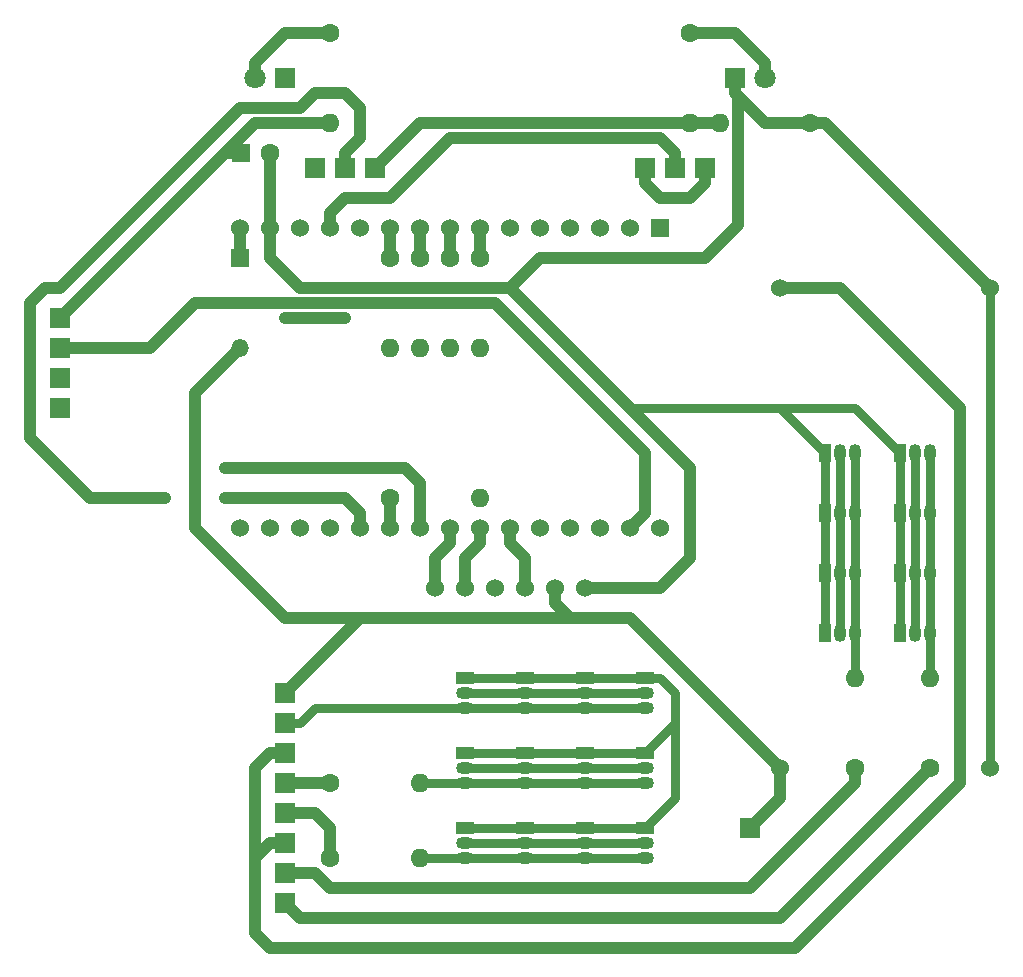
<source format=gbr>
%TF.GenerationSoftware,KiCad,Pcbnew,7.0.10*%
%TF.CreationDate,2024-02-07T12:20:56-05:00*%
%TF.ProjectId,board_up,626f6172-645f-4757-902e-6b696361645f,rev?*%
%TF.SameCoordinates,Original*%
%TF.FileFunction,Copper,L1,Top*%
%TF.FilePolarity,Positive*%
%FSLAX46Y46*%
G04 Gerber Fmt 4.6, Leading zero omitted, Abs format (unit mm)*
G04 Created by KiCad (PCBNEW 7.0.10) date 2024-02-07 12:20:56*
%MOMM*%
%LPD*%
G01*
G04 APERTURE LIST*
%TA.AperFunction,ComponentPad*%
%ADD10R,1.500000X1.050000*%
%TD*%
%TA.AperFunction,ComponentPad*%
%ADD11O,1.500000X1.050000*%
%TD*%
%TA.AperFunction,ComponentPad*%
%ADD12C,1.600000*%
%TD*%
%TA.AperFunction,ComponentPad*%
%ADD13O,1.600000X1.600000*%
%TD*%
%TA.AperFunction,ComponentPad*%
%ADD14R,1.700000X1.700000*%
%TD*%
%TA.AperFunction,ComponentPad*%
%ADD15R,1.050000X1.500000*%
%TD*%
%TA.AperFunction,ComponentPad*%
%ADD16O,1.050000X1.500000*%
%TD*%
%TA.AperFunction,ComponentPad*%
%ADD17R,1.530000X1.530000*%
%TD*%
%TA.AperFunction,ComponentPad*%
%ADD18C,1.530000*%
%TD*%
%TA.AperFunction,ComponentPad*%
%ADD19R,1.800000X1.800000*%
%TD*%
%TA.AperFunction,ComponentPad*%
%ADD20C,1.800000*%
%TD*%
%TA.AperFunction,ComponentPad*%
%ADD21R,1.600000X1.600000*%
%TD*%
%TA.AperFunction,ComponentPad*%
%ADD22R,1.500000X1.500000*%
%TD*%
%TA.AperFunction,ComponentPad*%
%ADD23O,1.500000X1.500000*%
%TD*%
%TA.AperFunction,ComponentPad*%
%ADD24C,1.524000*%
%TD*%
%TA.AperFunction,ViaPad*%
%ADD25C,0.800000*%
%TD*%
%TA.AperFunction,Conductor*%
%ADD26C,1.000000*%
%TD*%
%TA.AperFunction,Conductor*%
%ADD27C,0.800000*%
%TD*%
G04 APERTURE END LIST*
D10*
%TO.P,Q402,1,E*%
%TO.N,GND*%
X55880000Y-74930000D03*
D11*
%TO.P,Q402,2,B*%
%TO.N,Net-(Q401-B)*%
X55880000Y-76200000D03*
%TO.P,Q402,3,C*%
%TO.N,/relay2/OUT*%
X55880000Y-77470000D03*
%TD*%
D12*
%TO.P,R102,1*%
%TO.N,Net-(D101-A)*%
X64770000Y-7620000D03*
D13*
%TO.P,R102,2*%
%TO.N,Battery_In*%
X64770000Y-15240000D03*
%TD*%
D14*
%TO.P,J120,1,Pin_1*%
%TO.N,Net-(J120-Pin_1)*%
X30480000Y-81280000D03*
%TD*%
D15*
%TO.P,Q502,1,E*%
%TO.N,GND*%
X76200000Y-48260000D03*
D16*
%TO.P,Q502,2,B*%
%TO.N,Net-(Q501-B)*%
X77470000Y-48260000D03*
%TO.P,Q502,3,C*%
%TO.N,/relay3/OUT*%
X78740000Y-48260000D03*
%TD*%
D12*
%TO.P,R107,1*%
%TO.N,Net-(J120-Pin_1)*%
X85090000Y-69850000D03*
D13*
%TO.P,R107,2*%
%TO.N,/relay4/OUT*%
X85090000Y-62230000D03*
%TD*%
D14*
%TO.P,J111,1,Pin_1*%
%TO.N,CAPACITIVE_PIN1*%
X63500000Y-19050000D03*
%TD*%
D15*
%TO.P,Q501,1,E*%
%TO.N,GND*%
X76200000Y-43180000D03*
D16*
%TO.P,Q501,2,B*%
%TO.N,Net-(Q501-B)*%
X77470000Y-43180000D03*
%TO.P,Q501,3,C*%
%TO.N,/relay3/OUT*%
X78740000Y-43180000D03*
%TD*%
D14*
%TO.P,J117,1,Pin_1*%
%TO.N,Net-(J117-Pin_1)*%
X30480000Y-73660000D03*
%TD*%
D12*
%TO.P,R501,1*%
%TO.N,LED_PWM_PIN3*%
X44450000Y-26670000D03*
D13*
%TO.P,R501,2*%
%TO.N,Net-(Q501-B)*%
X44450000Y-34290000D03*
%TD*%
D14*
%TO.P,J102,1,Pin_1*%
%TO.N,Battery_In*%
X38100000Y-19050000D03*
%TD*%
D15*
%TO.P,Q602,1,E*%
%TO.N,GND*%
X82550000Y-48260000D03*
D16*
%TO.P,Q602,2,B*%
%TO.N,Net-(Q601-B)*%
X83820000Y-48260000D03*
%TO.P,Q602,3,C*%
%TO.N,/relay4/OUT*%
X85090000Y-48260000D03*
%TD*%
D14*
%TO.P,J103,1,Pin_1*%
%TO.N,5V*%
X69850000Y-74930000D03*
%TD*%
%TO.P,J105,1,Pin_1*%
%TO.N,Battery_In*%
X33020000Y-19050000D03*
%TD*%
%TO.P,J114,1,Pin_1*%
%TO.N,/relay/OUT*%
X30480000Y-66040000D03*
%TD*%
D15*
%TO.P,Q603,1,E*%
%TO.N,GND*%
X82550000Y-53340000D03*
D16*
%TO.P,Q603,2,B*%
%TO.N,Net-(Q601-B)*%
X83820000Y-53340000D03*
%TO.P,Q603,3,C*%
%TO.N,/relay4/OUT*%
X85090000Y-53340000D03*
%TD*%
D10*
%TO.P,Q303,1,E*%
%TO.N,GND*%
X50800000Y-62230000D03*
D11*
%TO.P,Q303,2,B*%
%TO.N,Net-(Q301-B)*%
X50800000Y-63500000D03*
%TO.P,Q303,3,C*%
%TO.N,/relay/OUT*%
X50800000Y-64770000D03*
%TD*%
D12*
%TO.P,R601,1*%
%TO.N,LED_PWM_PIN4*%
X46990000Y-26670000D03*
D13*
%TO.P,R601,2*%
%TO.N,Net-(Q601-B)*%
X46990000Y-34290000D03*
%TD*%
D14*
%TO.P,J110,1,Pin_1*%
%TO.N,Net-(J110-Pin_1)*%
X11430000Y-39370000D03*
%TD*%
D10*
%TO.P,Q302,1,E*%
%TO.N,GND*%
X55880000Y-62230000D03*
D11*
%TO.P,Q302,2,B*%
%TO.N,Net-(Q301-B)*%
X55880000Y-63500000D03*
%TO.P,Q302,3,C*%
%TO.N,/relay/OUT*%
X55880000Y-64770000D03*
%TD*%
D10*
%TO.P,Q203,1,E*%
%TO.N,GND*%
X50800000Y-68580000D03*
D11*
%TO.P,Q203,2,B*%
%TO.N,Net-(Q201-B)*%
X50800000Y-69850000D03*
%TO.P,Q203,3,C*%
%TO.N,/relay1/OUT*%
X50800000Y-71120000D03*
%TD*%
D12*
%TO.P,R105,1*%
%TO.N,Net-(J117-Pin_1)*%
X34290000Y-77470000D03*
D13*
%TO.P,R105,2*%
%TO.N,/relay2/OUT*%
X41910000Y-77470000D03*
%TD*%
D10*
%TO.P,Q202,1,E*%
%TO.N,GND*%
X55880000Y-68580000D03*
D11*
%TO.P,Q202,2,B*%
%TO.N,Net-(Q201-B)*%
X55880000Y-69850000D03*
%TO.P,Q202,3,C*%
%TO.N,/relay1/OUT*%
X55880000Y-71120000D03*
%TD*%
D14*
%TO.P,J118,1,Pin_1*%
%TO.N,3.3V*%
X30480000Y-76200000D03*
%TD*%
%TO.P,J115,1,Pin_1*%
%TO.N,3.3V*%
X30480000Y-68580000D03*
%TD*%
%TO.P,J112,1,Pin_1*%
%TO.N,CAPACITIVE_PIN2*%
X35560000Y-19050000D03*
%TD*%
D15*
%TO.P,Q601,1,E*%
%TO.N,GND*%
X82550000Y-43180000D03*
D16*
%TO.P,Q601,2,B*%
%TO.N,Net-(Q601-B)*%
X83820000Y-43180000D03*
%TO.P,Q601,3,C*%
%TO.N,/relay4/OUT*%
X85090000Y-43180000D03*
%TD*%
D12*
%TO.P,R101,1*%
%TO.N,GND*%
X74930000Y-15240000D03*
D13*
%TO.P,R101,2*%
%TO.N,Battery_In*%
X67310000Y-15240000D03*
%TD*%
D15*
%TO.P,Q504,1,E*%
%TO.N,GND*%
X76200000Y-58420000D03*
D16*
%TO.P,Q504,2,B*%
%TO.N,Net-(Q501-B)*%
X77470000Y-58420000D03*
%TO.P,Q504,3,C*%
%TO.N,/relay3/OUT*%
X78740000Y-58420000D03*
%TD*%
D12*
%TO.P,R106,1*%
%TO.N,Net-(J119-Pin_1)*%
X78740000Y-69850000D03*
D13*
%TO.P,R106,2*%
%TO.N,/relay3/OUT*%
X78740000Y-62230000D03*
%TD*%
D14*
%TO.P,J108,1,Pin_1*%
%TO.N,Net-(J108-Pin_1)*%
X11430000Y-36830000D03*
%TD*%
%TO.P,J106,1,Pin_1*%
%TO.N,3.3V*%
X11430000Y-31750000D03*
%TD*%
%TO.P,J104,1,Pin_1*%
%TO.N,Net-(J101-Pin_1)*%
X66040000Y-19050000D03*
%TD*%
%TO.P,J101,1,Pin_1*%
%TO.N,Net-(J101-Pin_1)*%
X60960000Y-19050000D03*
%TD*%
D17*
%TO.P,U103,1,EN*%
%TO.N,unconnected-(U103-EN-Pad1)*%
X62230000Y-24130000D03*
D18*
%TO.P,U103,2,VP*%
%TO.N,unconnected-(U103-VP-Pad2)*%
X59690000Y-24130000D03*
%TO.P,U103,3,VN*%
%TO.N,unconnected-(U103-VN-Pad3)*%
X57150000Y-24130000D03*
%TO.P,U103,4,D34*%
%TO.N,unconnected-(U103-D34-Pad4)*%
X54610000Y-24130000D03*
%TO.P,U103,5,D35*%
%TO.N,unconnected-(U103-D35-Pad5)*%
X52070000Y-24130000D03*
%TO.P,U103,6,D32*%
%TO.N,unconnected-(U103-D32-Pad6)*%
X49530000Y-24130000D03*
%TO.P,U103,7,D33*%
%TO.N,LED_PWM_PIN4*%
X46990000Y-24130000D03*
%TO.P,U103,8,D25*%
%TO.N,LED_PWM_PIN3*%
X44450000Y-24130000D03*
%TO.P,U103,9,D26*%
%TO.N,LED_PWM_PIN2*%
X41910000Y-24130000D03*
%TO.P,U103,10,D27*%
%TO.N,LED_PWM_PIN1*%
X39370000Y-24130000D03*
%TO.P,U103,11,D14*%
%TO.N,Net-(J108-Pin_1)*%
X36830000Y-24130000D03*
%TO.P,U103,12,D12*%
%TO.N,CAPACITIVE_PIN1*%
X34290000Y-24130000D03*
%TO.P,U103,13,D13*%
%TO.N,unconnected-(U103-D13-Pad13)*%
X31750000Y-24130000D03*
%TO.P,U103,14,GND*%
%TO.N,GND*%
X29210000Y-24130000D03*
%TO.P,U103,15,VIN*%
%TO.N,Net-(D103-K)*%
X26670000Y-24130000D03*
%TO.P,U103,16,3V3*%
%TO.N,unconnected-(U103-3V3-Pad16)*%
X26670000Y-49530000D03*
%TO.P,U103,17,GND*%
%TO.N,unconnected-(U103-GND-Pad17)*%
X29210000Y-49530000D03*
%TO.P,U103,18,D15*%
%TO.N,Net-(J110-Pin_1)*%
X31750000Y-49530000D03*
%TO.P,U103,19,D2*%
%TO.N,unconnected-(U103-D2-Pad19)*%
X34290000Y-49530000D03*
%TO.P,U103,20,D4*%
%TO.N,CAPACITIVE_PIN2*%
X36830000Y-49530000D03*
%TO.P,U103,21,D16*%
%TO.N,MOTOR_PWM_PIN*%
X39370000Y-49530000D03*
%TO.P,U103,22,D17*%
%TO.N,Battery_In*%
X41910000Y-49530000D03*
%TO.P,U103,23,D5*%
%TO.N,Net-(U102-CS)*%
X44450000Y-49530000D03*
%TO.P,U103,24,D18*%
%TO.N,Net-(U102-SCK)*%
X46990000Y-49530000D03*
%TO.P,U103,25,D19*%
%TO.N,Net-(U102-MISO)*%
X49530000Y-49530000D03*
%TO.P,U103,26,D21*%
%TO.N,unconnected-(U103-D21-Pad26)*%
X52070000Y-49530000D03*
%TO.P,U103,27,RX0*%
%TO.N,unconnected-(U103-RX0-Pad27)*%
X54610000Y-49530000D03*
%TO.P,U103,28,TX0*%
%TO.N,unconnected-(U103-TX0-Pad28)*%
X57150000Y-49530000D03*
%TO.P,U103,29,D22*%
%TO.N,Net-(J109-Pin_1)*%
X59690000Y-49530000D03*
%TO.P,U103,30,D23*%
%TO.N,Net-(U102-MOSI)*%
X62230000Y-49530000D03*
%TD*%
D10*
%TO.P,Q304,1,E*%
%TO.N,GND*%
X45720000Y-62230000D03*
D11*
%TO.P,Q304,2,B*%
%TO.N,Net-(Q301-B)*%
X45720000Y-63500000D03*
%TO.P,Q304,3,C*%
%TO.N,/relay/OUT*%
X45720000Y-64770000D03*
%TD*%
D19*
%TO.P,D101,1,K*%
%TO.N,GND*%
X68580000Y-11430000D03*
D20*
%TO.P,D101,2,A*%
%TO.N,Net-(D101-A)*%
X71120000Y-11430000D03*
%TD*%
D10*
%TO.P,Q401,1,E*%
%TO.N,GND*%
X60960000Y-74930000D03*
D11*
%TO.P,Q401,2,B*%
%TO.N,Net-(Q401-B)*%
X60960000Y-76200000D03*
%TO.P,Q401,3,C*%
%TO.N,/relay2/OUT*%
X60960000Y-77470000D03*
%TD*%
D10*
%TO.P,Q201,1,E*%
%TO.N,GND*%
X60960000Y-68580000D03*
D11*
%TO.P,Q201,2,B*%
%TO.N,Net-(Q201-B)*%
X60960000Y-69850000D03*
%TO.P,Q201,3,C*%
%TO.N,/relay1/OUT*%
X60960000Y-71120000D03*
%TD*%
D10*
%TO.P,Q301,1,E*%
%TO.N,GND*%
X60960000Y-62230000D03*
D11*
%TO.P,Q301,2,B*%
%TO.N,Net-(Q301-B)*%
X60960000Y-63500000D03*
%TO.P,Q301,3,C*%
%TO.N,/relay/OUT*%
X60960000Y-64770000D03*
%TD*%
D19*
%TO.P,D102,1,K*%
%TO.N,GND*%
X30480000Y-11430000D03*
D20*
%TO.P,D102,2,A*%
%TO.N,Net-(D102-A)*%
X27940000Y-11430000D03*
%TD*%
D21*
%TO.P,C102,1*%
%TO.N,3.3V*%
X26710000Y-17780000D03*
D12*
%TO.P,C102,2*%
%TO.N,GND*%
X29210000Y-17780000D03*
%TD*%
D22*
%TO.P,D103,1,K*%
%TO.N,Net-(D103-K)*%
X26670000Y-26665000D03*
D23*
%TO.P,D103,2,A*%
%TO.N,5V*%
X26670000Y-34285000D03*
%TD*%
D10*
%TO.P,Q403,1,E*%
%TO.N,GND*%
X50800000Y-74930000D03*
D11*
%TO.P,Q403,2,B*%
%TO.N,Net-(Q401-B)*%
X50800000Y-76200000D03*
%TO.P,Q403,3,C*%
%TO.N,/relay2/OUT*%
X50800000Y-77470000D03*
%TD*%
D15*
%TO.P,Q503,1,E*%
%TO.N,GND*%
X76200000Y-53340000D03*
D16*
%TO.P,Q503,2,B*%
%TO.N,Net-(Q501-B)*%
X77470000Y-53340000D03*
%TO.P,Q503,3,C*%
%TO.N,/relay3/OUT*%
X78740000Y-53340000D03*
%TD*%
D24*
%TO.P,U101,1,IN+*%
%TO.N,5V*%
X72390000Y-69850000D03*
%TO.P,U101,2,IN-*%
%TO.N,GND*%
X90170000Y-69850000D03*
%TO.P,U101,3,OUT+*%
%TO.N,3.3V*%
X72390000Y-29210000D03*
%TO.P,U101,4,OUT-*%
%TO.N,GND*%
X90170000Y-29210000D03*
%TD*%
D12*
%TO.P,R301,1*%
%TO.N,MOTOR_PWM_PIN*%
X39370000Y-46990000D03*
D13*
%TO.P,R301,2*%
%TO.N,Net-(Q301-B)*%
X46990000Y-46990000D03*
%TD*%
D14*
%TO.P,J116,1,Pin_1*%
%TO.N,Net-(J116-Pin_1)*%
X30480000Y-71120000D03*
%TD*%
D12*
%TO.P,R401,1*%
%TO.N,LED_PWM_PIN2*%
X41910000Y-26670000D03*
D13*
%TO.P,R401,2*%
%TO.N,Net-(Q401-B)*%
X41910000Y-34290000D03*
%TD*%
D14*
%TO.P,J119,1,Pin_1*%
%TO.N,Net-(J119-Pin_1)*%
X30480000Y-78740000D03*
%TD*%
D24*
%TO.P,U102,1,CS*%
%TO.N,Net-(U102-CS)*%
X43180000Y-54610000D03*
%TO.P,U102,2,SCK*%
%TO.N,Net-(U102-SCK)*%
X45720000Y-54610000D03*
%TO.P,U102,3,MOSI*%
%TO.N,Net-(U102-MOSI)*%
X48260000Y-54610000D03*
%TO.P,U102,4,MISO*%
%TO.N,Net-(U102-MISO)*%
X50800000Y-54610000D03*
%TO.P,U102,5,VCC*%
%TO.N,5V*%
X53340000Y-54610000D03*
%TO.P,U102,6,GND*%
%TO.N,GND*%
X55880000Y-54610000D03*
%TD*%
D12*
%TO.P,R201,1*%
%TO.N,LED_PWM_PIN1*%
X39370000Y-26670000D03*
D13*
%TO.P,R201,2*%
%TO.N,Net-(Q201-B)*%
X39370000Y-34290000D03*
%TD*%
D14*
%TO.P,J113,1,Pin_1*%
%TO.N,5V*%
X30480000Y-63500000D03*
%TD*%
D12*
%TO.P,R103,1*%
%TO.N,Net-(D102-A)*%
X34290000Y-7620000D03*
D13*
%TO.P,R103,2*%
%TO.N,3.3V*%
X34290000Y-15240000D03*
%TD*%
D10*
%TO.P,Q404,1,E*%
%TO.N,GND*%
X45720000Y-74930000D03*
D11*
%TO.P,Q404,2,B*%
%TO.N,Net-(Q401-B)*%
X45720000Y-76200000D03*
%TO.P,Q404,3,C*%
%TO.N,/relay2/OUT*%
X45720000Y-77470000D03*
%TD*%
D12*
%TO.P,R104,1*%
%TO.N,Net-(J116-Pin_1)*%
X34290000Y-71120000D03*
D13*
%TO.P,R104,2*%
%TO.N,/relay1/OUT*%
X41910000Y-71120000D03*
%TD*%
D15*
%TO.P,Q604,1,E*%
%TO.N,GND*%
X82550000Y-58420000D03*
D16*
%TO.P,Q604,2,B*%
%TO.N,Net-(Q601-B)*%
X83820000Y-58420000D03*
%TO.P,Q604,3,C*%
%TO.N,/relay4/OUT*%
X85090000Y-58420000D03*
%TD*%
D14*
%TO.P,J109,1,Pin_1*%
%TO.N,Net-(J109-Pin_1)*%
X11430000Y-34290000D03*
%TD*%
D10*
%TO.P,Q204,1,E*%
%TO.N,GND*%
X45720000Y-68580000D03*
D11*
%TO.P,Q204,2,B*%
%TO.N,Net-(Q201-B)*%
X45720000Y-69850000D03*
%TO.P,Q204,3,C*%
%TO.N,/relay1/OUT*%
X45720000Y-71120000D03*
%TD*%
D25*
%TO.N,3.3V*%
X30480000Y-31750000D03*
X35560000Y-31750000D03*
%TO.N,Battery_In*%
X25400000Y-44450000D03*
%TO.N,CAPACITIVE_PIN2*%
X25400000Y-46990000D03*
X20320000Y-46990000D03*
%TD*%
D26*
%TO.N,5V*%
X30480000Y-57150000D02*
X36830000Y-57150000D01*
X72390000Y-72390000D02*
X69850000Y-74930000D01*
X72390000Y-69850000D02*
X72390000Y-72390000D01*
X59690000Y-57150000D02*
X54610000Y-57150000D01*
X22860000Y-49530000D02*
X22860000Y-38095000D01*
X72390000Y-69850000D02*
X59690000Y-57150000D01*
X30480000Y-63500000D02*
X36830000Y-57150000D01*
X22860000Y-38095000D02*
X26670000Y-34285000D01*
X30480000Y-57150000D02*
X22860000Y-49530000D01*
X54610000Y-57150000D02*
X36830000Y-57150000D01*
X53340000Y-55880000D02*
X53340000Y-54610000D01*
X54610000Y-57150000D02*
X53340000Y-55880000D01*
%TO.N,GND*%
X74930000Y-15240000D02*
X76200000Y-15240000D01*
D27*
X60960000Y-62230000D02*
X45720000Y-62230000D01*
D26*
X68810000Y-23900000D02*
X68810000Y-12930000D01*
X49530000Y-29210000D02*
X52070000Y-26670000D01*
D27*
X63500000Y-66040000D02*
X63500000Y-72390000D01*
X60960000Y-62230000D02*
X62230000Y-62230000D01*
X60960000Y-74930000D02*
X63500000Y-72390000D01*
X60960000Y-68580000D02*
X63500000Y-66040000D01*
X76200000Y-43180000D02*
X72390000Y-39370000D01*
D26*
X68580000Y-12700000D02*
X71120000Y-15240000D01*
X29210000Y-24130000D02*
X29210000Y-26670000D01*
D27*
X60960000Y-68580000D02*
X45720000Y-68580000D01*
X90170000Y-29210000D02*
X90170000Y-69850000D01*
X62230000Y-62230000D02*
X63500000Y-63500000D01*
D26*
X68810000Y-12930000D02*
X68580000Y-12700000D01*
X62230000Y-54610000D02*
X64770000Y-52070000D01*
D27*
X76200000Y-58420000D02*
X76200000Y-43180000D01*
D26*
X71120000Y-15240000D02*
X74930000Y-15240000D01*
X68580000Y-11430000D02*
X68580000Y-12700000D01*
X64770000Y-52070000D02*
X64770000Y-44450000D01*
D27*
X63500000Y-63500000D02*
X63500000Y-66040000D01*
D26*
X66040000Y-26670000D02*
X68810000Y-23900000D01*
D27*
X78740000Y-39370000D02*
X72390000Y-39370000D01*
D26*
X55880000Y-54610000D02*
X62230000Y-54610000D01*
X31750000Y-29210000D02*
X49530000Y-29210000D01*
X29210000Y-26670000D02*
X31750000Y-29210000D01*
X59690000Y-39370000D02*
X64770000Y-44450000D01*
X76200000Y-15240000D02*
X90170000Y-29210000D01*
D27*
X82550000Y-43180000D02*
X78740000Y-39370000D01*
X72390000Y-39370000D02*
X59690000Y-39370000D01*
D26*
X49530000Y-29210000D02*
X59690000Y-39370000D01*
D27*
X82550000Y-58420000D02*
X82550000Y-43180000D01*
X60960000Y-74930000D02*
X45720000Y-74930000D01*
D26*
X29210000Y-17780000D02*
X29210000Y-24130000D01*
X52070000Y-26670000D02*
X66040000Y-26670000D01*
%TO.N,3.3V*%
X29210000Y-68580000D02*
X30480000Y-68580000D01*
X27940000Y-83820000D02*
X27940000Y-77470000D01*
X77470000Y-29210000D02*
X87630000Y-39370000D01*
X72390000Y-29210000D02*
X77470000Y-29210000D01*
X25400000Y-17780000D02*
X27940000Y-15240000D01*
X29210000Y-85090000D02*
X27940000Y-83820000D01*
X26710000Y-17780000D02*
X25400000Y-17780000D01*
X11430000Y-31750000D02*
X25400000Y-17780000D01*
X29210000Y-76200000D02*
X30480000Y-76200000D01*
X27940000Y-77470000D02*
X27940000Y-69850000D01*
X87630000Y-39370000D02*
X87630000Y-71120000D01*
X27940000Y-15240000D02*
X34290000Y-15240000D01*
X27940000Y-77470000D02*
X29210000Y-76200000D01*
X87630000Y-71120000D02*
X73660000Y-85090000D01*
X30480000Y-31750000D02*
X35560000Y-31750000D01*
X27940000Y-69850000D02*
X29210000Y-68580000D01*
X73660000Y-85090000D02*
X29210000Y-85090000D01*
%TO.N,Net-(D101-A)*%
X68580000Y-7620000D02*
X71120000Y-10160000D01*
X71120000Y-10160000D02*
X71120000Y-11430000D01*
X64770000Y-7620000D02*
X68580000Y-7620000D01*
%TO.N,Net-(D102-A)*%
X30480000Y-7620000D02*
X27940000Y-10160000D01*
X30480000Y-7620000D02*
X34290000Y-7620000D01*
X27940000Y-10160000D02*
X27940000Y-11430000D01*
%TO.N,Net-(D103-K)*%
X26670000Y-24130000D02*
X26670000Y-26665000D01*
%TO.N,Net-(J101-Pin_1)*%
X66040000Y-20320000D02*
X66040000Y-19050000D01*
X60960000Y-20320000D02*
X62230000Y-21590000D01*
X62230000Y-21590000D02*
X64770000Y-21590000D01*
X60960000Y-19050000D02*
X60960000Y-20320000D01*
X64770000Y-21590000D02*
X66040000Y-20320000D01*
%TO.N,Battery_In*%
X67310000Y-15240000D02*
X64770000Y-15240000D01*
X41910000Y-45720000D02*
X41910000Y-49530000D01*
X41910000Y-15240000D02*
X38100000Y-19050000D01*
X40640000Y-44450000D02*
X41910000Y-45720000D01*
X64770000Y-15240000D02*
X41910000Y-15240000D01*
X25400000Y-44450000D02*
X40640000Y-44450000D01*
%TO.N,Net-(J109-Pin_1)*%
X60960000Y-43180000D02*
X48260000Y-30480000D01*
X22860000Y-30480000D02*
X19050000Y-34290000D01*
X19050000Y-34290000D02*
X11430000Y-34290000D01*
X59690000Y-49530000D02*
X60960000Y-48260000D01*
X48260000Y-30480000D02*
X22860000Y-30480000D01*
X60960000Y-48260000D02*
X60960000Y-43180000D01*
%TO.N,CAPACITIVE_PIN1*%
X63500000Y-19050000D02*
X63500000Y-17780000D01*
X44450000Y-16510000D02*
X39370000Y-21590000D01*
X34290000Y-22860000D02*
X34290000Y-24130000D01*
X39370000Y-21590000D02*
X35560000Y-21590000D01*
X35560000Y-21590000D02*
X34290000Y-22860000D01*
X63500000Y-17780000D02*
X62230000Y-16510000D01*
X62230000Y-16510000D02*
X44450000Y-16510000D01*
%TO.N,CAPACITIVE_PIN2*%
X36830000Y-13970000D02*
X35560000Y-12700000D01*
X25400000Y-46990000D02*
X35560000Y-46990000D01*
X26670000Y-13970000D02*
X11430000Y-29210000D01*
X10160000Y-29210000D02*
X8890000Y-30480000D01*
X13970000Y-46990000D02*
X20320000Y-46990000D01*
X35560000Y-17780000D02*
X36830000Y-16510000D01*
X35560000Y-12700000D02*
X33020000Y-12700000D01*
X36830000Y-16510000D02*
X36830000Y-13970000D01*
X36830000Y-48260000D02*
X36830000Y-49530000D01*
X33020000Y-12700000D02*
X31750000Y-13970000D01*
X12700000Y-45720000D02*
X13970000Y-46990000D01*
X8890000Y-30480000D02*
X8890000Y-41910000D01*
X35560000Y-19050000D02*
X35560000Y-17780000D01*
X31750000Y-13970000D02*
X30480000Y-13970000D01*
X35560000Y-46990000D02*
X36830000Y-48260000D01*
X30480000Y-13970000D02*
X26670000Y-13970000D01*
X8890000Y-41910000D02*
X12700000Y-45720000D01*
X11430000Y-29210000D02*
X10160000Y-29210000D01*
D27*
%TO.N,/relay/OUT*%
X31750000Y-66040000D02*
X30480000Y-66040000D01*
X45720000Y-64770000D02*
X60960000Y-64770000D01*
X33020000Y-64770000D02*
X31750000Y-66040000D01*
X45720000Y-64770000D02*
X33020000Y-64770000D01*
D26*
%TO.N,Net-(J116-Pin_1)*%
X34290000Y-71120000D02*
X30480000Y-71120000D01*
%TO.N,Net-(J117-Pin_1)*%
X33020000Y-73660000D02*
X30480000Y-73660000D01*
X34290000Y-77470000D02*
X34290000Y-74930000D01*
X34290000Y-74930000D02*
X33020000Y-73660000D01*
%TO.N,Net-(J119-Pin_1)*%
X69850000Y-80010000D02*
X34290000Y-80010000D01*
X34290000Y-80010000D02*
X33020000Y-78740000D01*
X78740000Y-71120000D02*
X69850000Y-80010000D01*
X78740000Y-69850000D02*
X78740000Y-71120000D01*
X33020000Y-78740000D02*
X30480000Y-78740000D01*
%TO.N,Net-(J120-Pin_1)*%
X85090000Y-69850000D02*
X72390000Y-82550000D01*
X31750000Y-82550000D02*
X30480000Y-81280000D01*
X72390000Y-82550000D02*
X31750000Y-82550000D01*
D27*
%TO.N,Net-(Q201-B)*%
X60960000Y-69850000D02*
X45720000Y-69850000D01*
%TO.N,/relay1/OUT*%
X45720000Y-71120000D02*
X60960000Y-71120000D01*
X45720000Y-71120000D02*
X41910000Y-71120000D01*
%TO.N,Net-(Q301-B)*%
X60960000Y-63500000D02*
X45720000Y-63500000D01*
%TO.N,Net-(Q401-B)*%
X60960000Y-76200000D02*
X45720000Y-76200000D01*
%TO.N,/relay2/OUT*%
X45720000Y-77470000D02*
X41910000Y-77470000D01*
X45720000Y-77470000D02*
X60960000Y-77470000D01*
%TO.N,Net-(Q501-B)*%
X77470000Y-43180000D02*
X77470000Y-58420000D01*
%TO.N,/relay3/OUT*%
X78740000Y-43180000D02*
X78740000Y-62230000D01*
%TO.N,Net-(Q601-B)*%
X83820000Y-43180000D02*
X83820000Y-58420000D01*
%TO.N,/relay4/OUT*%
X85090000Y-43180000D02*
X85090000Y-62230000D01*
D26*
%TO.N,LED_PWM_PIN1*%
X39370000Y-24130000D02*
X39370000Y-26670000D01*
%TO.N,MOTOR_PWM_PIN*%
X39370000Y-49530000D02*
X39370000Y-46990000D01*
%TO.N,LED_PWM_PIN2*%
X41910000Y-24130000D02*
X41910000Y-26670000D01*
%TO.N,LED_PWM_PIN3*%
X44450000Y-24130000D02*
X44450000Y-26670000D01*
%TO.N,LED_PWM_PIN4*%
X46990000Y-24130000D02*
X46990000Y-26670000D01*
%TO.N,Net-(U102-CS)*%
X43180000Y-52070000D02*
X44450000Y-50800000D01*
X44450000Y-50800000D02*
X44450000Y-49530000D01*
X43180000Y-54610000D02*
X43180000Y-52070000D01*
%TO.N,Net-(U102-SCK)*%
X46990000Y-50800000D02*
X46990000Y-49530000D01*
X45720000Y-52070000D02*
X46990000Y-50800000D01*
X45720000Y-54610000D02*
X45720000Y-52070000D01*
%TO.N,Net-(U102-MISO)*%
X50800000Y-54610000D02*
X50800000Y-52070000D01*
X50800000Y-52070000D02*
X49530000Y-50800000D01*
X49530000Y-50800000D02*
X49530000Y-49530000D01*
%TD*%
M02*

</source>
